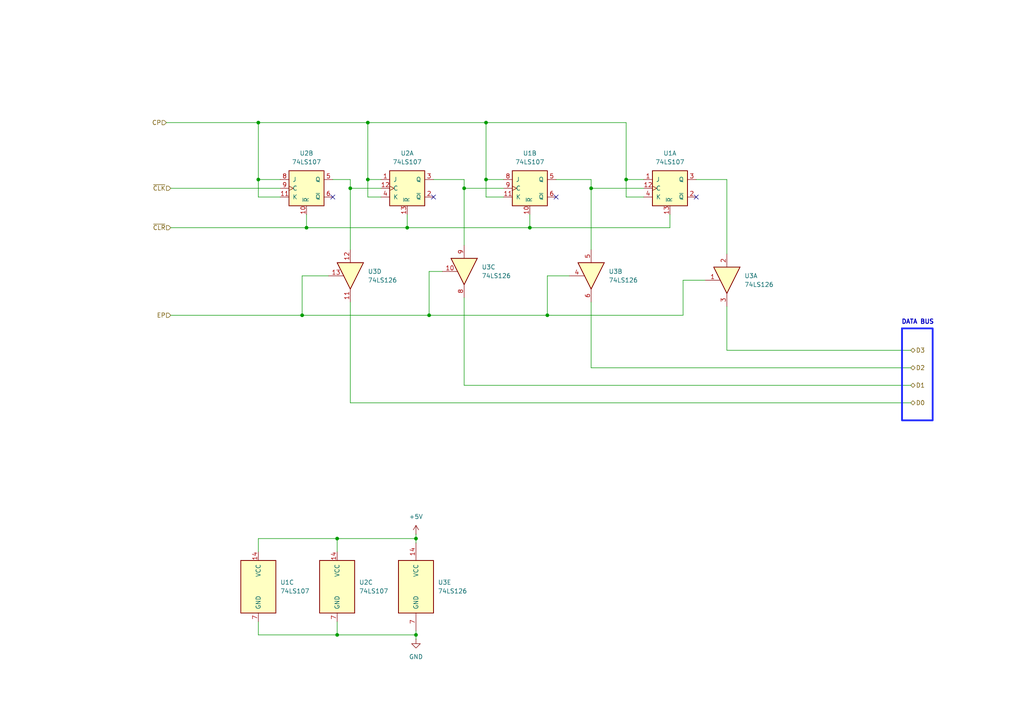
<source format=kicad_sch>
(kicad_sch (version 20231120) (generator "eeschema") (generator_version "8.0")
  (paper "A4")
  (title_block (title "ISAP-1 COMPUTER") (date "2024-11-27") (rev "Version 1") (comment 1 "by Linca Marius Gheorghe") (comment 3 "Program Counter"))
  (lib_symbols
    (symbol "74xx:74LS107" (pin_names (offset 1.016))
      (property "Reference" "U" (at -7.62 8.89 0))
      (property "Value" "74LS107" (at -7.62 -8.89 0))
      (symbol "74LS107_1_0"
        (pin input line (at -7.62 2.54 0) (length 2.54) (name "J") (number "1"))
        (pin input clock (at -7.62 0 0) (length 2.54) (name "C") (number "12"))
        (pin input line (at 0 -7.62 90) (length 2.54) (name "~{R}") (number "13"))
        (pin output line (at 7.62 -2.54 180) (length 2.54) (name "~{Q}") (number "2"))
        (pin output line (at 7.62 2.54 180) (length 2.54) (name "Q") (number "3"))
        (pin input line (at -7.62 -2.54 0) (length 2.54) (name "K") (number "4"))
      )
      (symbol "74LS107_1_1"
        (rectangle (start -5.08 5.08) (end 5.08 -5.08) (stroke (width 0.254)) (fill (type background)))
      )
      (symbol "74LS107_2_0"
        (pin input line (at 0 -7.62 90) (length 2.54) (name "~{R}") (number "10"))
        (pin input line (at -7.62 -2.54 0) (length 2.54) (name "K") (number "11"))
        (pin output line (at 7.62 2.54 180) (length 2.54) (name "Q") (number "5"))
        (pin output line (at 7.62 -2.54 180) (length 2.54) (name "~{Q}") (number "6"))
        (pin input line (at -7.62 2.54 0) (length 2.54) (name "J") (number "8"))
        (pin input clock (at -7.62 0 0) (length 2.54) (name "C") (number "9"))
      )
      (symbol "74LS107_2_1"
        (rectangle (start -5.08 5.08) (end 5.08 -5.08) (stroke (width 0.254)) (fill (type background)))
      )
      (symbol "74LS107_3_0"
        (pin power_in line (at 0 10.16 270) (length 2.54) (name "VCC") (number "14"))
        (pin power_in line (at 0 -10.16 90) (length 2.54) (name "GND") (number "7"))
      )
      (symbol "74LS107_3_1"
        (rectangle (start -5.08 7.62) (end 5.08 -7.62) (stroke (width 0.254)) (fill (type background)))
      )
    )
    (symbol "74xx:74LS126" (pin_names (offset 1.016))
      (property "Reference" "U" (at 0 1.27 0))
      (property "Value" "74LS126" (at 0 -1.27 0))
      (symbol "74LS126_1_0"
        (polyline (pts (xy -3.81 3.81) (xy -3.81 -3.81) (xy 3.81 0) (xy -3.81 3.81)) (stroke (width 0.254)) (fill (type background)))
        (pin input line (at 0 -6.35 90) (length 4.445) (name "~") (number "1"))
        (pin input line (at -7.62 0 0) (length 3.81) (name "~") (number "2"))
        (pin tri_state line (at 7.62 0 180) (length 3.81) (name "~") (number "3"))
      )
      (symbol "74LS126_2_0"
        (polyline (pts (xy -3.81 3.81) (xy -3.81 -3.81) (xy 3.81 0) (xy -3.81 3.81)) (stroke (width 0.254)) (fill (type background)))
        (pin input line (at 0 -6.35 90) (length 4.445) (name "~") (number "4"))
        (pin input line (at -7.62 0 0) (length 3.81) (name "~") (number "5"))
        (pin tri_state line (at 7.62 0 180) (length 3.81) (name "~") (number "6"))
      )
      (symbol "74LS126_3_0"
        (polyline (pts (xy -3.81 3.81) (xy -3.81 -3.81) (xy 3.81 0) (xy -3.81 3.81)) (stroke (width 0.254)) (fill (type background)))
        (pin input line (at 0 -6.35 90) (length 4.445) (name "~") (number "10"))
        (pin tri_state line (at 7.62 0 180) (length 3.81) (name "~") (number "8"))
        (pin input line (at -7.62 0 0) (length 3.81) (name "~") (number "9"))
      )
      (symbol "74LS126_4_0"
        (polyline (pts (xy -3.81 3.81) (xy -3.81 -3.81) (xy 3.81 0) (xy -3.81 3.81)) (stroke (width 0.254)) (fill (type background)))
        (pin tri_state line (at 7.62 0 180) (length 3.81) (name "~") (number "11"))
        (pin input line (at -7.62 0 0) (length 3.81) (name "~") (number "12"))
        (pin input line (at 0 -6.35 90) (length 4.445) (name "~") (number "13"))
      )
      (symbol "74LS126_5_0"
        (pin power_in line (at 0 12.7 270) (length 5.08) (name "VCC") (number "14"))
        (pin power_in line (at 0 -12.7 90) (length 5.08) (name "GND") (number "7"))
      )
      (symbol "74LS126_5_1"
        (rectangle (start -5.08 7.62) (end 5.08 -7.62) (stroke (width 0.254)) (fill (type background)))
      )
    )
    (symbol "power:+5V" (power) (pin_numbers hide) (pin_names (offset 0) hide)
      (property "Value" "+5V" (at 0 3.556 0))
      (symbol "+5V_0_1"
        (polyline (pts (xy -0.762 1.27) (xy 0 2.54)))
        (polyline (pts (xy 0 0) (xy 0 2.54)))
        (polyline (pts (xy 0 2.54) (xy 0.762 1.27)))
      )
      (symbol "+5V_1_1"
        (pin power_in line (at 0 0 90) (length 0) (name "~") (number "1"))
      )
    )
    (symbol "power:GND" (power) (pin_numbers hide) (pin_names (offset 0) hide)
      (property "Value" "GND" (at 0 -3.81 0))
      (symbol "GND_0_1"
        (polyline (pts (xy 0 0) (xy 0 -1.27) (xy 1.27 -1.27) (xy 0 -2.54) (xy -1.27 -1.27) (xy 0 -1.27)))
      )
      (symbol "GND_1_1"
        (pin power_in line (at 0 0 270) (length 0) (name "~") (number "1"))
      )
    )
  )
  (junction (at 153.67 66.04))
  (junction (at 88.9 66.04))
  (junction (at 140.97 35.56))
  (junction (at 74.93 35.56))
  (junction (at 97.79 156.21))
  (junction (at 101.6 54.61))
  (junction (at 97.79 184.15))
  (junction (at 124.46 91.44))
  (junction (at 120.65 184.15))
  (junction (at 158.75 91.44))
  (junction (at 171.45 54.61))
  (junction (at 181.61 52.07))
  (junction (at 134.62 54.61))
  (junction (at 118.11 66.04))
  (junction (at 87.63 91.44))
  (junction (at 106.68 35.56))
  (junction (at 140.97 52.07))
  (junction (at 74.93 52.07))
  (junction (at 120.65 156.21))
  (junction (at 106.68 52.07))
  (no_connect (at 201.93 57.15))
  (no_connect (at 125.73 57.15))
  (no_connect (at 161.29 57.15))
  (no_connect (at 96.52 57.15))
  (wire (pts (xy 101.6 116.84) (xy 264.16 116.84)))
  (wire (pts (xy 101.6 52.07) (xy 96.52 52.07)))
  (wire (pts (xy 120.65 182.88) (xy 120.65 184.15)))
  (wire (pts (xy 110.49 57.15) (xy 106.68 57.15)))
  (wire (pts (xy 124.46 91.44) (xy 158.75 91.44)))
  (wire (pts (xy 74.93 184.15) (xy 97.79 184.15)))
  (wire (pts (xy 201.93 52.07) (xy 210.82 52.07)))
  (wire (pts (xy 74.93 156.21) (xy 97.79 156.21)))
  (wire (pts (xy 49.53 66.04) (xy 88.9 66.04)))
  (wire (pts (xy 125.73 52.07) (xy 134.62 52.07)))
  (wire (pts (xy 181.61 52.07) (xy 186.69 52.07)))
  (wire (pts (xy 48.26 35.56) (xy 74.93 35.56)))
  (wire (pts (xy 120.65 156.21) (xy 97.79 156.21)))
  (wire (pts (xy 101.6 52.07) (xy 101.6 54.61)))
  (wire (pts (xy 140.97 35.56) (xy 140.97 52.07)))
  (wire (pts (xy 194.31 66.04) (xy 194.31 62.23)))
  (wire (pts (xy 88.9 62.23) (xy 88.9 66.04)))
  (wire (pts (xy 210.82 101.6) (xy 210.82 88.9)))
  (wire (pts (xy 134.62 54.61) (xy 134.62 71.12)))
  (wire (pts (xy 134.62 52.07) (xy 134.62 54.61)))
  (wire (pts (xy 74.93 35.56) (xy 74.93 52.07)))
  (wire (pts (xy 198.12 91.44) (xy 198.12 81.28)))
  (wire (pts (xy 95.25 80.01) (xy 87.63 80.01)))
  (wire (pts (xy 153.67 62.23) (xy 153.67 66.04)))
  (wire (pts (xy 74.93 160.02) (xy 74.93 156.21)))
  (wire (pts (xy 134.62 86.36) (xy 134.62 111.76)))
  (wire (pts (xy 171.45 54.61) (xy 171.45 72.39)))
  (wire (pts (xy 171.45 106.68) (xy 264.16 106.68)))
  (wire (pts (xy 120.65 156.21) (xy 120.65 157.48)))
  (wire (pts (xy 74.93 180.34) (xy 74.93 184.15)))
  (wire (pts (xy 120.65 184.15) (xy 97.79 184.15)))
  (wire (pts (xy 186.69 57.15) (xy 181.61 57.15)))
  (wire (pts (xy 118.11 62.23) (xy 118.11 66.04)))
  (wire (pts (xy 124.46 78.74) (xy 124.46 91.44)))
  (wire (pts (xy 146.05 57.15) (xy 140.97 57.15)))
  (wire (pts (xy 264.16 101.6) (xy 210.82 101.6)))
  (wire (pts (xy 106.68 57.15) (xy 106.68 52.07)))
  (wire (pts (xy 97.79 180.34) (xy 97.79 184.15)))
  (wire (pts (xy 118.11 66.04) (xy 153.67 66.04)))
  (wire (pts (xy 106.68 52.07) (xy 110.49 52.07)))
  (wire (pts (xy 158.75 80.01) (xy 158.75 91.44)))
  (wire (pts (xy 110.49 54.61) (xy 101.6 54.61)))
  (wire (pts (xy 128.27 78.74) (xy 124.46 78.74)))
  (wire (pts (xy 87.63 91.44) (xy 124.46 91.44)))
  (wire (pts (xy 153.67 66.04) (xy 194.31 66.04)))
  (wire (pts (xy 140.97 52.07) (xy 146.05 52.07)))
  (wire (pts (xy 74.93 35.56) (xy 106.68 35.56)))
  (wire (pts (xy 106.68 35.56) (xy 140.97 35.56)))
  (wire (pts (xy 106.68 35.56) (xy 106.68 52.07)))
  (wire (pts (xy 161.29 52.07) (xy 171.45 52.07)))
  (wire (pts (xy 171.45 52.07) (xy 171.45 54.61)))
  (wire (pts (xy 49.53 91.44) (xy 87.63 91.44)))
  (wire (pts (xy 140.97 35.56) (xy 181.61 35.56)))
  (wire (pts (xy 171.45 54.61) (xy 186.69 54.61)))
  (wire (pts (xy 88.9 66.04) (xy 118.11 66.04)))
  (wire (pts (xy 74.93 52.07) (xy 81.28 52.07)))
  (wire (pts (xy 181.61 57.15) (xy 181.61 52.07)))
  (wire (pts (xy 171.45 87.63) (xy 171.45 106.68)))
  (wire (pts (xy 49.53 54.61) (xy 81.28 54.61)))
  (wire (pts (xy 87.63 80.01) (xy 87.63 91.44)))
  (wire (pts (xy 101.6 54.61) (xy 101.6 72.39)))
  (wire (pts (xy 74.93 57.15) (xy 74.93 52.07)))
  (wire (pts (xy 134.62 54.61) (xy 146.05 54.61)))
  (wire (pts (xy 140.97 57.15) (xy 140.97 52.07)))
  (wire (pts (xy 165.1 80.01) (xy 158.75 80.01)))
  (wire (pts (xy 120.65 184.15) (xy 120.65 185.42)))
  (wire (pts (xy 181.61 35.56) (xy 181.61 52.07)))
  (wire (pts (xy 120.65 154.94) (xy 120.65 156.21)))
  (wire (pts (xy 158.75 91.44) (xy 198.12 91.44)))
  (wire (pts (xy 97.79 156.21) (xy 97.79 160.02)))
  (wire (pts (xy 210.82 52.07) (xy 210.82 73.66)))
  (wire (pts (xy 198.12 81.28) (xy 204.47 81.28)))
  (wire (pts (xy 81.28 57.15) (xy 74.93 57.15)))
  (wire (pts (xy 101.6 87.63) (xy 101.6 116.84)))
  (wire (pts (xy 134.62 111.76) (xy 264.16 111.76)))
  (rectangle (start 261.62 95.25) (end 270.51 121.92) (stroke (width 0.508) (color 21 31 255 1)))
  (text "DATA BUS" (at 266.192 93.472 0) (effects (font (size 1.27 1.27) (thickness 0.254) (bold yes))))
  (hierarchical_label "~{CLK}" (shape input) (at 49.53 54.61 180))
  (hierarchical_label "EP" (shape input) (at 49.53 91.44 180))
  (hierarchical_label "CP" (shape input) (at 48.26 35.56 180))
  (hierarchical_label "D2" (shape tri_state) (at 264.16 106.68 0))
  (hierarchical_label "~{CLR}" (shape input) (at 49.53 66.04 180))
  (hierarchical_label "D1" (shape tri_state) (at 264.16 111.76 0))
  (hierarchical_label "D0" (shape tri_state) (at 264.16 116.84 0))
  (hierarchical_label "D3" (shape tri_state) (at 264.16 101.6 0))
  (symbol (lib_id "74xx:74LS126") (at 120.65 170.18 0) (unit 5)
    (property "Reference" "U3" (at 127 168.9099 0) (effects (justify left)))
    (property "Value" "74LS126" (at 127 171.4499 0) (effects (justify left)))
    (property "Footprint" "Package_DIP:DIP-14_W7.62mm_LongPads" (effects (hide yes)))
    (property "Datasheet" "http://www.ti.com/lit/gpn/sn74LS126" (effects (hide yes)))
    (property "Description" "Quad buffer 3-State outputs" (effects (hide yes)))
  )
  (symbol (lib_id "74xx:74LS107") (at 194.31 54.61 0) (unit 1)
    (property "Reference" "U1" (at 194.31 44.45 0))
    (property "Value" "74LS107" (at 194.31 46.99 0))
    (property "Footprint" "Package_DIP:DIP-14_W7.62mm_LongPads" (effects (hide yes)))
    (property "Datasheet" "http://www.ti.com/lit/gpn/sn74LS107" (effects (hide yes)))
    (property "Description" "Dual JK Flip-Flop, reset" (effects (hide yes)))
  )
  (symbol (lib_id "74xx:74LS126") (at 101.6 80.01 270) (unit 4)
    (property "Reference" "U3" (at 106.68 78.7399 90) (effects (justify left)))
    (property "Value" "74LS126" (at 106.68 81.2799 90) (effects (justify left)))
    (property "Footprint" "Package_DIP:DIP-14_W7.62mm_LongPads" (effects (hide yes)))
    (property "Datasheet" "http://www.ti.com/lit/gpn/sn74LS126" (effects (hide yes)))
    (property "Description" "Quad buffer 3-State outputs" (effects (hide yes)))
  )
  (symbol (lib_id "74xx:74LS107") (at 88.9 54.61 0) (unit 2)
    (property "Reference" "U2" (at 88.9 44.45 0))
    (property "Value" "74LS107" (at 88.9 46.99 0))
    (property "Footprint" "Package_DIP:DIP-14_W7.62mm_LongPads" (effects (hide yes)))
    (property "Datasheet" "http://www.ti.com/lit/gpn/sn74LS107" (effects (hide yes)))
    (property "Description" "Dual JK Flip-Flop, reset" (effects (hide yes)))
  )
  (symbol (lib_id "power:GND") (at 120.65 185.42 0) (unit 1)
    (property "Reference" "#PWR06" (effects (hide yes)))
    (property "Value" "GND" (at 120.65 190.5 0))
    (property "Description" "Power symbol creates a global label with name \"GND\" , ground" (effects (hide yes)))
  )
  (symbol (lib_id "74xx:74LS107") (at 97.79 170.18 0) (unit 3)
    (property "Reference" "U2" (at 104.14 168.9099 0) (effects (justify left)))
    (property "Value" "74LS107" (at 104.14 171.4499 0) (effects (justify left)))
    (property "Footprint" "Package_DIP:DIP-14_W7.62mm_LongPads" (effects (hide yes)))
    (property "Datasheet" "http://www.ti.com/lit/gpn/sn74LS107" (effects (hide yes)))
    (property "Description" "Dual JK Flip-Flop, reset" (effects (hide yes)))
  )
  (symbol (lib_id "74xx:74LS126") (at 210.82 81.28 270) (unit 1)
    (property "Reference" "U3" (at 215.9 80.0099 90) (effects (justify left)))
    (property "Value" "74LS126" (at 215.9 82.5499 90) (effects (justify left)))
    (property "Footprint" "Package_DIP:DIP-14_W7.62mm_LongPads" (effects (hide yes)))
    (property "Datasheet" "http://www.ti.com/lit/gpn/sn74LS126" (effects (hide yes)))
    (property "Description" "Quad buffer 3-State outputs" (effects (hide yes)))
  )
  (symbol (lib_id "74xx:74LS107") (at 118.11 54.61 0) (unit 1)
    (property "Reference" "U2" (at 118.11 44.45 0))
    (property "Value" "74LS107" (at 118.11 46.99 0))
    (property "Footprint" "Package_DIP:DIP-14_W7.62mm_LongPads" (effects (hide yes)))
    (property "Datasheet" "http://www.ti.com/lit/gpn/sn74LS107" (effects (hide yes)))
    (property "Description" "Dual JK Flip-Flop, reset" (effects (hide yes)))
  )
  (symbol (lib_id "power:+5V") (at 120.65 154.94 0) (unit 1)
    (property "Reference" "#PWR03" (effects (hide yes)))
    (property "Value" "+5V" (at 120.65 149.86 0))
    (property "Description" "Power symbol creates a global label with name \"+5V\"" (effects (hide yes)))
  )
  (symbol (lib_id "74xx:74LS107") (at 153.67 54.61 0) (unit 2)
    (property "Reference" "U1" (at 153.67 44.45 0))
    (property "Value" "74LS107" (at 153.67 46.99 0))
    (property "Footprint" "Package_DIP:DIP-14_W7.62mm_LongPads" (effects (hide yes)))
    (property "Datasheet" "http://www.ti.com/lit/gpn/sn74LS107" (effects (hide yes)))
    (property "Description" "Dual JK Flip-Flop, reset" (effects (hide yes)))
  )
  (symbol (lib_id "74xx:74LS126") (at 134.62 78.74 270) (unit 3)
    (property "Reference" "U3" (at 139.7 77.4699 90) (effects (justify left)))
    (property "Value" "74LS126" (at 139.7 80.0099 90) (effects (justify left)))
    (property "Footprint" "Package_DIP:DIP-14_W7.62mm_LongPads" (effects (hide yes)))
    (property "Datasheet" "http://www.ti.com/lit/gpn/sn74LS126" (effects (hide yes)))
    (property "Description" "Quad buffer 3-State outputs" (effects (hide yes)))
  )
  (symbol (lib_id "74xx:74LS126") (at 171.45 80.01 270) (unit 2)
    (property "Reference" "U3" (at 176.53 78.7399 90) (effects (justify left)))
    (property "Value" "74LS126" (at 176.53 81.2799 90) (effects (justify left)))
    (property "Footprint" "Package_DIP:DIP-14_W7.62mm_LongPads" (effects (hide yes)))
    (property "Datasheet" "http://www.ti.com/lit/gpn/sn74LS126" (effects (hide yes)))
    (property "Description" "Quad buffer 3-State outputs" (effects (hide yes)))
  )
  (symbol (lib_id "74xx:74LS107") (at 74.93 170.18 0) (unit 3)
    (property "Reference" "U1" (at 81.28 168.9099 0) (effects (justify left)))
    (property "Value" "74LS107" (at 81.28 171.4499 0) (effects (justify left)))
    (property "Footprint" "Package_DIP:DIP-14_W7.62mm_LongPads" (effects (hide yes)))
    (property "Datasheet" "http://www.ti.com/lit/gpn/sn74LS107" (effects (hide yes)))
    (property "Description" "Dual JK Flip-Flop, reset" (effects (hide yes)))
  )
)
</source>
